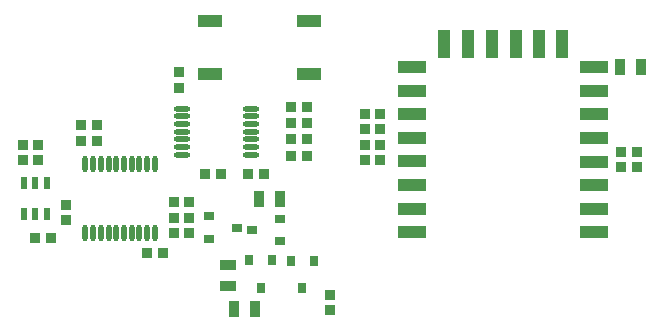
<source format=gbr>
%TF.GenerationSoftware,Altium Limited,Altium Designer,20.1.8 (145)*%
G04 Layer_Color=12040119*
%FSLAX45Y45*%
%MOMM*%
%TF.SameCoordinates,FD79255C-762C-4566-ADEE-39C3475191BA*%
%TF.FilePolarity,Positive*%
%TF.FileFunction,Paste,Top*%
%TF.Part,Single*%
G01*
G75*
%TA.AperFunction,SMDPad,CuDef*%
G04:AMPARAMS|DCode=10|XSize=2.1mm|YSize=1mm|CornerRadius=0.05mm|HoleSize=0mm|Usage=FLASHONLY|Rotation=180.000|XOffset=0mm|YOffset=0mm|HoleType=Round|Shape=RoundedRectangle|*
%AMROUNDEDRECTD10*
21,1,2.10000,0.90000,0,0,180.0*
21,1,2.00000,1.00000,0,0,180.0*
1,1,0.10000,-1.00000,0.45000*
1,1,0.10000,1.00000,0.45000*
1,1,0.10000,1.00000,-0.45000*
1,1,0.10000,-1.00000,-0.45000*
%
%ADD10ROUNDEDRECTD10*%
%ADD11O,0.45000X1.40000*%
G04:AMPARAMS|DCode=12|XSize=0.85mm|YSize=0.85mm|CornerRadius=0.0425mm|HoleSize=0mm|Usage=FLASHONLY|Rotation=270.000|XOffset=0mm|YOffset=0mm|HoleType=Round|Shape=RoundedRectangle|*
%AMROUNDEDRECTD12*
21,1,0.85000,0.76500,0,0,270.0*
21,1,0.76500,0.85000,0,0,270.0*
1,1,0.08500,-0.38250,-0.38250*
1,1,0.08500,-0.38250,0.38250*
1,1,0.08500,0.38250,0.38250*
1,1,0.08500,0.38250,-0.38250*
%
%ADD12ROUNDEDRECTD12*%
G04:AMPARAMS|DCode=13|XSize=0.85mm|YSize=0.9mm|CornerRadius=0.0425mm|HoleSize=0mm|Usage=FLASHONLY|Rotation=270.000|XOffset=0mm|YOffset=0mm|HoleType=Round|Shape=RoundedRectangle|*
%AMROUNDEDRECTD13*
21,1,0.85000,0.81500,0,0,270.0*
21,1,0.76500,0.90000,0,0,270.0*
1,1,0.08500,-0.40750,-0.38250*
1,1,0.08500,-0.40750,0.38250*
1,1,0.08500,0.40750,0.38250*
1,1,0.08500,0.40750,-0.38250*
%
%ADD13ROUNDEDRECTD13*%
G04:AMPARAMS|DCode=14|XSize=0.5mm|YSize=1.05mm|CornerRadius=0.025mm|HoleSize=0mm|Usage=FLASHONLY|Rotation=180.000|XOffset=0mm|YOffset=0mm|HoleType=Round|Shape=RoundedRectangle|*
%AMROUNDEDRECTD14*
21,1,0.50000,1.00000,0,0,180.0*
21,1,0.45000,1.05000,0,0,180.0*
1,1,0.05000,-0.22500,0.50000*
1,1,0.05000,0.22500,0.50000*
1,1,0.05000,0.22500,-0.50000*
1,1,0.05000,-0.22500,-0.50000*
%
%ADD14ROUNDEDRECTD14*%
G04:AMPARAMS|DCode=15|XSize=0.85mm|YSize=0.85mm|CornerRadius=0.0425mm|HoleSize=0mm|Usage=FLASHONLY|Rotation=180.000|XOffset=0mm|YOffset=0mm|HoleType=Round|Shape=RoundedRectangle|*
%AMROUNDEDRECTD15*
21,1,0.85000,0.76500,0,0,180.0*
21,1,0.76500,0.85000,0,0,180.0*
1,1,0.08500,-0.38250,0.38250*
1,1,0.08500,0.38250,0.38250*
1,1,0.08500,0.38250,-0.38250*
1,1,0.08500,-0.38250,-0.38250*
%
%ADD15ROUNDEDRECTD15*%
G04:AMPARAMS|DCode=16|XSize=1.275mm|YSize=0.9mm|CornerRadius=0.045mm|HoleSize=0mm|Usage=FLASHONLY|Rotation=90.000|XOffset=0mm|YOffset=0mm|HoleType=Round|Shape=RoundedRectangle|*
%AMROUNDEDRECTD16*
21,1,1.27500,0.81000,0,0,90.0*
21,1,1.18500,0.90000,0,0,90.0*
1,1,0.09000,0.40500,0.59250*
1,1,0.09000,0.40500,-0.59250*
1,1,0.09000,-0.40500,-0.59250*
1,1,0.09000,-0.40500,0.59250*
%
%ADD16ROUNDEDRECTD16*%
G04:AMPARAMS|DCode=17|XSize=0.6mm|YSize=0.9mm|CornerRadius=0.03mm|HoleSize=0mm|Usage=FLASHONLY|Rotation=270.000|XOffset=0mm|YOffset=0mm|HoleType=Round|Shape=RoundedRectangle|*
%AMROUNDEDRECTD17*
21,1,0.60000,0.84000,0,0,270.0*
21,1,0.54000,0.90000,0,0,270.0*
1,1,0.06000,-0.42000,-0.27000*
1,1,0.06000,-0.42000,0.27000*
1,1,0.06000,0.42000,0.27000*
1,1,0.06000,0.42000,-0.27000*
%
%ADD17ROUNDEDRECTD17*%
%ADD18O,1.40000X0.45000*%
G04:AMPARAMS|DCode=20|XSize=0.6mm|YSize=0.9mm|CornerRadius=0.03mm|HoleSize=0mm|Usage=FLASHONLY|Rotation=0.000|XOffset=0mm|YOffset=0mm|HoleType=Round|Shape=RoundedRectangle|*
%AMROUNDEDRECTD20*
21,1,0.60000,0.84000,0,0,0.0*
21,1,0.54000,0.90000,0,0,0.0*
1,1,0.06000,0.27000,-0.42000*
1,1,0.06000,-0.27000,-0.42000*
1,1,0.06000,-0.27000,0.42000*
1,1,0.06000,0.27000,0.42000*
%
%ADD20ROUNDEDRECTD20*%
G04:AMPARAMS|DCode=21|XSize=1.275mm|YSize=0.9mm|CornerRadius=0.045mm|HoleSize=0mm|Usage=FLASHONLY|Rotation=180.000|XOffset=0mm|YOffset=0mm|HoleType=Round|Shape=RoundedRectangle|*
%AMROUNDEDRECTD21*
21,1,1.27500,0.81000,0,0,180.0*
21,1,1.18500,0.90000,0,0,180.0*
1,1,0.09000,-0.59250,0.40500*
1,1,0.09000,0.59250,0.40500*
1,1,0.09000,0.59250,-0.40500*
1,1,0.09000,-0.59250,-0.40500*
%
%ADD21ROUNDEDRECTD21*%
G04:AMPARAMS|DCode=22|XSize=0.85mm|YSize=0.9mm|CornerRadius=0.0425mm|HoleSize=0mm|Usage=FLASHONLY|Rotation=0.000|XOffset=0mm|YOffset=0mm|HoleType=Round|Shape=RoundedRectangle|*
%AMROUNDEDRECTD22*
21,1,0.85000,0.81500,0,0,0.0*
21,1,0.76500,0.90000,0,0,0.0*
1,1,0.08500,0.38250,-0.40750*
1,1,0.08500,-0.38250,-0.40750*
1,1,0.08500,-0.38250,0.40750*
1,1,0.08500,0.38250,0.40750*
%
%ADD22ROUNDEDRECTD22*%
%TA.AperFunction,ConnectorPad*%
G04:AMPARAMS|DCode=23|XSize=1.1mm|YSize=2.3mm|CornerRadius=0.0055mm|HoleSize=0mm|Usage=FLASHONLY|Rotation=270.000|XOffset=0mm|YOffset=0mm|HoleType=Round|Shape=RoundedRectangle|*
%AMROUNDEDRECTD23*
21,1,1.10000,2.28900,0,0,270.0*
21,1,1.08900,2.30000,0,0,270.0*
1,1,0.01100,-1.14450,-0.54450*
1,1,0.01100,-1.14450,0.54450*
1,1,0.01100,1.14450,0.54450*
1,1,0.01100,1.14450,-0.54450*
%
%ADD23ROUNDEDRECTD23*%
G04:AMPARAMS|DCode=24|XSize=1.1mm|YSize=2.3mm|CornerRadius=0.0055mm|HoleSize=0mm|Usage=FLASHONLY|Rotation=0.000|XOffset=0mm|YOffset=0mm|HoleType=Round|Shape=RoundedRectangle|*
%AMROUNDEDRECTD24*
21,1,1.10000,2.28900,0,0,0.0*
21,1,1.08900,2.30000,0,0,0.0*
1,1,0.01100,0.54450,-1.14450*
1,1,0.01100,-0.54450,-1.14450*
1,1,0.01100,-0.54450,1.14450*
1,1,0.01100,0.54450,1.14450*
%
%ADD24ROUNDEDRECTD24*%
D10*
X2651678Y2217784D02*
D03*
X1811679D02*
D03*
X2651678Y2667784D02*
D03*
X1811679D02*
D03*
D11*
X1343980Y1453300D02*
D03*
X1278980D02*
D03*
X1213980D02*
D03*
X1148980D02*
D03*
X1083980D02*
D03*
X1018980D02*
D03*
X953980D02*
D03*
X888980D02*
D03*
X823980D02*
D03*
X758980D02*
D03*
X1343980Y868300D02*
D03*
X1278980D02*
D03*
X1213980D02*
D03*
X1148980D02*
D03*
X1083980D02*
D03*
X1018980D02*
D03*
X953980D02*
D03*
X888980D02*
D03*
X823980D02*
D03*
X758980D02*
D03*
D12*
X1638760Y871220D02*
D03*
X1508760D02*
D03*
X1508300Y1003300D02*
D03*
X1638300D02*
D03*
X3124534Y1619398D02*
D03*
X3254533Y1619398D02*
D03*
Y1489557D02*
D03*
X3124534Y1489558D02*
D03*
X2631440Y1666383D02*
D03*
X2501440D02*
D03*
X2631440Y1528025D02*
D03*
X2501440D02*
D03*
X2631440Y1804742D02*
D03*
X2501440D02*
D03*
X2631440Y1943100D02*
D03*
X2501440D02*
D03*
X1506220Y1135380D02*
D03*
X1636220D02*
D03*
X3124534Y1878398D02*
D03*
X3254534D02*
D03*
Y1748558D02*
D03*
X3124534D02*
D03*
X464982Y833120D02*
D03*
X334982D02*
D03*
D13*
X1278980Y699689D02*
D03*
X1413980D02*
D03*
X2273211Y1369780D02*
D03*
X2138211D02*
D03*
X1767640D02*
D03*
X1902640D02*
D03*
D14*
X239981Y1297943D02*
D03*
X334982Y1297943D02*
D03*
X429981Y1297943D02*
D03*
Y1032943D02*
D03*
X334982Y1032943D02*
D03*
X239981D02*
D03*
D15*
X226683Y1616583D02*
D03*
Y1486583D02*
D03*
X356327Y1486583D02*
D03*
Y1616583D02*
D03*
X719138Y1652505D02*
D03*
Y1782505D02*
D03*
X2831820Y351068D02*
D03*
Y221068D02*
D03*
X5295092Y1559809D02*
D03*
Y1429809D02*
D03*
X859540Y1652505D02*
D03*
Y1782505D02*
D03*
X5425092Y1559809D02*
D03*
Y1429809D02*
D03*
X592061Y1109980D02*
D03*
Y979980D02*
D03*
D16*
X2402466Y1159316D02*
D03*
X2227226D02*
D03*
X5287472Y2275629D02*
D03*
X5462712D02*
D03*
X2193005Y226060D02*
D03*
X2017765D02*
D03*
D17*
X2402466Y800513D02*
D03*
Y990513D02*
D03*
X2172466Y895513D02*
D03*
X1807780Y1012160D02*
D03*
Y822160D02*
D03*
X2037780Y917160D02*
D03*
D18*
X1573600Y1794040D02*
D03*
Y1729040D02*
D03*
Y1664040D02*
D03*
Y1599040D02*
D03*
Y1924040D02*
D03*
Y1859040D02*
D03*
Y1534040D02*
D03*
X2163600Y1924040D02*
D03*
Y1859040D02*
D03*
Y1794040D02*
D03*
Y1729040D02*
D03*
Y1664040D02*
D03*
Y1599040D02*
D03*
Y1534040D02*
D03*
D20*
X2595880Y408660D02*
D03*
X2500880Y638660D02*
D03*
X2690880D02*
D03*
X2337150Y639861D02*
D03*
X2147150D02*
D03*
X2242150Y409861D02*
D03*
D21*
X1968491Y602140D02*
D03*
Y426900D02*
D03*
D22*
X1549210Y2236850D02*
D03*
Y2101850D02*
D03*
D23*
X5066577Y878629D02*
D03*
Y2074969D02*
D03*
X3524477Y2278169D02*
D03*
X5066577Y1076749D02*
D03*
Y1277409D02*
D03*
Y1475529D02*
D03*
Y1678729D02*
D03*
Y1876849D02*
D03*
Y2275629D02*
D03*
X3524477Y2077509D02*
D03*
Y1879389D02*
D03*
X3527017Y1678729D02*
D03*
Y1478069D02*
D03*
Y1279949D02*
D03*
Y1076749D02*
D03*
Y878629D02*
D03*
D24*
X4797177Y2473909D02*
D03*
X4599057D02*
D03*
X4400937D02*
D03*
X4197737D02*
D03*
X3999617D02*
D03*
X3796417D02*
D03*
%TF.MD5,8a9211963b132b12a7fdacd9567fd9a7*%
M02*

</source>
